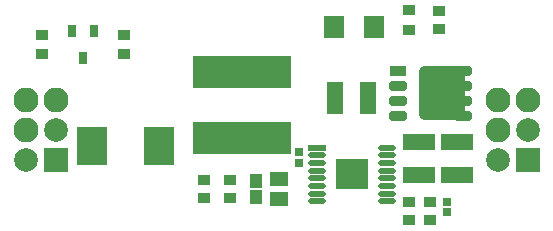
<source format=gts>
G04*
G04 #@! TF.GenerationSoftware,Altium Limited,Altium Designer,19.1.6 (110)*
G04*
G04 Layer_Color=8388736*
%FSLAX43Y43*%
%MOMM*%
G71*
G01*
G75*
G04:AMPARAMS|DCode=15|XSize=4.62mm|YSize=3.95mm|CornerRadius=0.531mm|HoleSize=0mm|Usage=FLASHONLY|Rotation=90.000|XOffset=0mm|YOffset=0mm|HoleType=Round|Shape=RoundedRectangle|*
%AMROUNDEDRECTD15*
21,1,4.620,2.888,0,0,90.0*
21,1,3.558,3.950,0,0,90.0*
1,1,1.063,1.444,1.779*
1,1,1.063,1.444,-1.779*
1,1,1.063,-1.444,-1.779*
1,1,1.063,-1.444,1.779*
%
%ADD15ROUNDEDRECTD15*%
G04:AMPARAMS|DCode=16|XSize=0.81mm|YSize=1.472mm|CornerRadius=0.139mm|HoleSize=0mm|Usage=FLASHONLY|Rotation=90.000|XOffset=0mm|YOffset=0mm|HoleType=Round|Shape=RoundedRectangle|*
%AMROUNDEDRECTD16*
21,1,0.810,1.195,0,0,90.0*
21,1,0.532,1.472,0,0,90.0*
1,1,0.278,0.597,0.266*
1,1,0.278,0.597,-0.266*
1,1,0.278,-0.597,-0.266*
1,1,0.278,-0.597,0.266*
%
%ADD16ROUNDEDRECTD16*%
%ADD17R,1.472X0.810*%
%ADD18R,8.300X2.700*%
%ADD19R,1.800X1.900*%
%ADD20R,1.050X0.900*%
%ADD21R,1.000X0.950*%
%ADD22R,1.400X2.800*%
%ADD23R,0.700X1.100*%
%ADD24R,2.550X3.250*%
%ADD25R,0.720X0.760*%
%ADD26R,2.800X1.400*%
%ADD27R,1.500X0.550*%
%ADD28O,1.500X0.550*%
%ADD29R,2.760X2.560*%
%ADD30R,1.500X1.300*%
%ADD31R,1.100X1.250*%
%ADD32C,2.103*%
%ADD33R,2.000X2.000*%
%ADD34C,2.000*%
D15*
X37070Y11955D02*
D03*
D16*
X38890Y10050D02*
D03*
Y11320D02*
D03*
Y12590D02*
D03*
Y13860D02*
D03*
X33350Y10050D02*
D03*
Y11320D02*
D03*
Y12590D02*
D03*
D17*
Y13860D02*
D03*
D18*
X20150Y13775D02*
D03*
Y8175D02*
D03*
D19*
X27900Y17550D02*
D03*
X31300D02*
D03*
D20*
X34300Y18975D02*
D03*
Y17325D02*
D03*
X3200Y15255D02*
D03*
Y16905D02*
D03*
D21*
X36850Y18925D02*
D03*
Y17375D02*
D03*
X19100Y4600D02*
D03*
Y3050D02*
D03*
X16900Y4600D02*
D03*
Y3050D02*
D03*
X10200Y15305D02*
D03*
Y16855D02*
D03*
X36100Y1225D02*
D03*
Y2775D02*
D03*
X34300D02*
D03*
Y1225D02*
D03*
D22*
X28050Y11550D02*
D03*
X30850D02*
D03*
D23*
X6700Y14935D02*
D03*
X5750Y17225D02*
D03*
X7650D02*
D03*
D24*
X13150Y7450D02*
D03*
X7450D02*
D03*
D25*
X37475Y2765D02*
D03*
Y1885D02*
D03*
X25000Y6955D02*
D03*
Y6075D02*
D03*
D26*
X38375Y7800D02*
D03*
Y5000D02*
D03*
X35125Y7800D02*
D03*
Y5000D02*
D03*
D27*
X26500Y7350D02*
D03*
D28*
Y6700D02*
D03*
Y6050D02*
D03*
Y5400D02*
D03*
Y4750D02*
D03*
Y4100D02*
D03*
Y3450D02*
D03*
Y2800D02*
D03*
X32400Y7350D02*
D03*
Y6700D02*
D03*
Y6050D02*
D03*
Y5400D02*
D03*
Y4750D02*
D03*
Y4100D02*
D03*
Y3450D02*
D03*
Y2800D02*
D03*
D29*
X29450Y5075D02*
D03*
D30*
X23300Y4675D02*
D03*
Y2975D02*
D03*
D31*
X21300Y3125D02*
D03*
Y4525D02*
D03*
D32*
X41800Y11405D02*
D03*
Y8865D02*
D03*
X44340Y11405D02*
D03*
X1830Y11405D02*
D03*
Y8865D02*
D03*
X4370Y11405D02*
D03*
D33*
X44340Y6325D02*
D03*
X4370Y6325D02*
D03*
D34*
X41800Y6325D02*
D03*
X44340Y8865D02*
D03*
X1830Y6325D02*
D03*
X4370Y8865D02*
D03*
M02*

</source>
